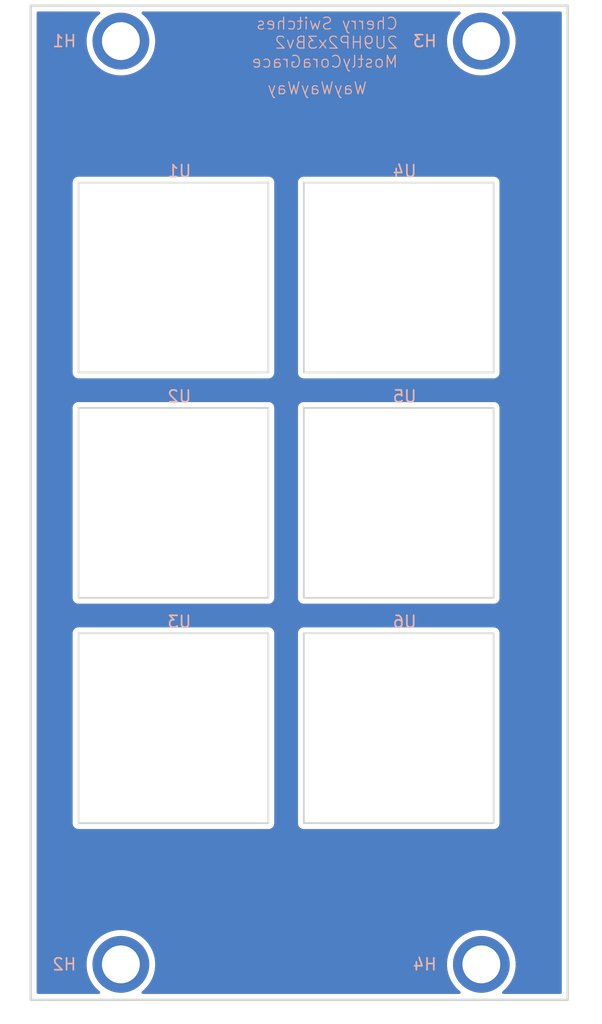
<source format=kicad_pcb>
(kicad_pcb (version 20241229) (generator "pcbnew") (generator_version "9.0")
  (layers (0 "F.Cu" signal) (2 "B.Cu" signal) (13 "F.Paste" user) (15 "B.Paste" user) (5 "F.SilkS" user "F.Silkscreen") (7 "B.SilkS" user "B.Silkscreen") (1 "F.Mask" user) (3 "B.Mask" user) (25 "Edge.Cuts" user))
  (net 0 "")
  (footprint "EXC:MountingHole_3.2mm_M3" (layer "F.Cu") (at 7.62 83.475)
    (property "Reference" "H2" (at -3.683 0 0) (layer "B.SilkS") (effects (justify left mirror)))
    (property "Value" "Eurorack_M3_MountingHole")
    (pad "" thru_hole circle (at 0 0) (size 4.8 4.8) (drill 3.2) (layers "*.Cu" "*.Mask"))
  )
  (footprint "EXC:MountingHole_3.2mm_M3" (layer "F.Cu") (at 38.1 83.475)
    (property "Reference" "H4" (at -3.683 0 0) (layer "B.SilkS") (effects (justify left mirror)))
    (property "Value" "Eurorack_M3_MountingHole")
    (pad "" thru_hole circle (at 0 0) (size 4.8 4.8) (drill 3.2) (layers "*.Cu" "*.Mask"))
  )
  (footprint "EXC:SW_Cherry_MX_1.00u_Clearance" (layer "F.Cu") (at 12.065 44.4625)
    (property "Reference" "U2" (at 0.5 -9 0) (layer "B.SilkS") (effects (justify mirror)))
    (property "Value" "~")
    (fp_rect (start -8.025 -8.025) (end 8.025 8.025) (stroke (width 0.15)) (fill no) (layer "Edge.Cuts"))
  )
  (footprint "EXC:SW_Cherry_MX_1.00u_Clearance" (layer "F.Cu") (at 31.115 63.5125)
    (property "Reference" "U6" (at 0.5 -9 0) (layer "B.SilkS") (effects (justify mirror)))
    (property "Value" "~")
    (fp_rect (start -8.025 -8.025) (end 8.025 8.025) (stroke (width 0.15)) (fill no) (layer "Edge.Cuts"))
  )
  (footprint "EXC:SW_Cherry_MX_1.00u_Clearance" (layer "F.Cu") (at 31.115 44.4625)
    (property "Reference" "U5" (at 0.5 -9 0) (layer "B.SilkS") (effects (justify mirror)))
    (property "Value" "~")
    (fp_rect (start -8.025 -8.025) (end 8.025 8.025) (stroke (width 0.15)) (fill no) (layer "Edge.Cuts"))
  )
  (footprint "EXC:SW_Cherry_MX_1.00u_Clearance" (layer "F.Cu") (at 12.065 25.4125)
    (property "Reference" "U1" (at 0.5 -9 0) (layer "B.SilkS") (effects (justify mirror)))
    (property "Value" "~")
    (fp_rect (start -8.025 -8.025) (end 8.025 8.025) (stroke (width 0.15)) (fill no) (layer "Edge.Cuts"))
  )
  (footprint "EXC:MountingHole_3.2mm_M3" (layer "F.Cu") (at 7.62 5.425)
    (property "Reference" "H1" (at -3.683 0 0) (layer "B.SilkS") (effects (justify left mirror)))
    (property "Value" "Eurorack_M3_MountingHole")
    (pad "" thru_hole circle (at 0 0) (size 4.8 4.8) (drill 3.2) (layers "*.Cu" "*.Mask"))
  )
  (footprint "EXC:SW_Cherry_MX_1.00u_Clearance" (layer "F.Cu") (at 31.115 25.4125)
    (property "Reference" "U4" (at 0.5 -9 0) (layer "B.SilkS") (effects (justify mirror)))
    (property "Value" "~")
    (fp_rect (start -8.025 -8.025) (end 8.025 8.025) (stroke (width 0.15)) (fill no) (layer "Edge.Cuts"))
  )
  (footprint "EXC:SW_Cherry_MX_1.00u_Clearance" (layer "F.Cu") (at 12.065 63.5125)
    (property "Reference" "U3" (at 0.5 -9 0) (layer "B.SilkS") (effects (justify mirror)))
    (property "Value" "~")
    (fp_rect (start -8.025 -8.025) (end 8.025 8.025) (stroke (width 0.15)) (fill no) (layer "Edge.Cuts"))
  )
  (footprint "EXC:MountingHole_3.2mm_M3" (layer "F.Cu") (at 38.1 5.425)
    (property "Reference" "H3" (at -3.683 0 0) (layer "B.SilkS") (effects (justify left mirror)))
    (property "Value" "Eurorack_M3_MountingHole")
    (pad "" thru_hole circle (at 0 0) (size 4.8 4.8) (drill 3.2) (layers "*.Cu" "*.Mask"))
  )
  (gr_rect (start 0 2.425) (end 45.4 86.475) (stroke (width 0.2)) (fill no) (layer "Edge.Cuts"))
  (gr_text "Cherry Switches\n2U9HP2x3Bv2\nMostlyCoraGrace" (at 31.115 7.75 0) (layer "B.SilkS") (effects (font (size 1 1) (thickness 0.1)) (justify left bottom mirror)))
  (gr_text "WayWayWay" (at 28.5 10 0) (layer "B.SilkS") (effects (font (size 1 1) (thickness 0.1)) (justify left bottom mirror)))
  (zone (net 0) (net_name "") (layers "F.Cu" "B.Cu") (connect_pads (clearance 0.5)) (min_thickness 0.25) (fill yes (thermal_gap 0.5) (thermal_bridge_width 0.5) (island_removal_mode 1) (island_area_min 10))
    (polygon (pts (xy 0 2.425) (xy 45.4 2.425) (xy 45.4 86.475) (xy 0 86.475)))
  )
)
</source>
